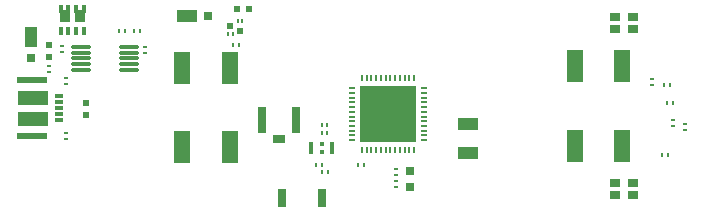
<source format=gtp>
%FSTAX23Y23*%
%MOIN*%
%SFA1B1*%

%IPPOS*%
%ADD37R,0.031500X0.063000*%
%ADD101R,0.013900X0.009900*%
%ADD102R,0.011100X0.017000*%
%ADD103R,0.185100X0.185100*%
%ADD104O,0.008000X0.025700*%
%ADD105O,0.025700X0.008000*%
%ADD106R,0.098500X0.051300*%
%ADD107R,0.031600X0.013900*%
%ADD108R,0.102400X0.023700*%
%ADD109R,0.043400X0.070900*%
%ADD110R,0.031600X0.031600*%
%ADD111R,0.021700X0.023700*%
%ADD112O,0.067000X0.011900*%
%ADD113R,0.037300X0.039400*%
%ADD114R,0.037400X0.039400*%
%ADD115R,0.011900X0.027600*%
%ADD116R,0.019800X0.023700*%
%ADD117R,0.017000X0.011100*%
%ADD118R,0.055200X0.108300*%
%ADD119R,0.070900X0.043400*%
%ADD120R,0.031600X0.031600*%
%ADD121R,0.008700X0.015800*%
%ADD122R,0.019800X0.019800*%
%ADD123R,0.023700X0.021700*%
%ADD124R,0.035500X0.027600*%
%ADD125R,0.031600X0.086700*%
%ADD126R,0.039400X0.031600*%
%ADD127R,0.009900X0.013900*%
%ADD128R,0.013900X0.013900*%
%ADD129R,0.017800X0.039400*%
%ADD130R,0.070900X0.039400*%
%ADD131R,0.031600X0.029600*%
%LNvapeix_mini_pcb-1*%
%LPD*%
G54D37*
X03008Y03058D03*
X03141D03*
G54D101*
X03389Y03156D03*
Y03137D03*
X0223Y03499D03*
Y0348D03*
X02552Y03544D03*
Y03563D03*
X02288Y03439D03*
Y03458D03*
X02289Y03256D03*
Y03275D03*
X03389Y03115D03*
Y03096D03*
G54D102*
X0326Y03171D03*
X0328D03*
X02514Y03616D03*
X02534D03*
X02483D03*
X02463D03*
X04291Y03376D03*
X04311D03*
X0428Y03435D03*
X043D03*
X04273Y03202D03*
X04293D03*
X02865Y0357D03*
X02845D03*
G54D103*
X03362Y03339D03*
G54D104*
X03448Y03219D03*
X03432D03*
X03417D03*
X03401D03*
X03385D03*
X03369D03*
X03354D03*
X03338D03*
X03322D03*
X03306D03*
X03291D03*
X03275D03*
Y03458D03*
X03291D03*
X03306D03*
X03322D03*
X03338D03*
X03354D03*
X03369D03*
X03385D03*
X03401D03*
X03417D03*
X03432D03*
X03448D03*
G54D105*
X03242Y03252D03*
Y03268D03*
Y03283D03*
Y03299D03*
Y03315D03*
Y03331D03*
Y03346D03*
Y03362D03*
Y03378D03*
Y03394D03*
Y03409D03*
Y03425D03*
X03481D03*
Y03409D03*
Y03394D03*
Y03378D03*
Y03362D03*
Y03346D03*
Y03331D03*
Y03315D03*
Y03299D03*
Y03283D03*
Y03268D03*
Y03252D03*
G54D106*
X02179Y03324D03*
X02179Y03394D03*
G54D107*
X02265Y0332D03*
Y03399D03*
Y03379D03*
Y03359D03*
Y0334D03*
G54D108*
X02175Y03454D03*
Y03265D03*
G54D109*
X02172Y03596D03*
G54D110*
X02172Y03525D03*
G54D111*
X0223Y03568D03*
Y03529D03*
G54D112*
X02338Y03564D03*
Y03544D03*
Y03525D03*
Y03505D03*
Y03485D03*
X02499Y03564D03*
Y03544D03*
Y03525D03*
Y03505D03*
Y03485D03*
G54D113*
X02334Y03667D03*
G54D114*
X02283Y03667D03*
G54D115*
X02271Y03616D03*
X02296D03*
X02347D03*
X02322D03*
Y03688D03*
X02347D03*
X02296D03*
X02271D03*
G54D116*
X02354Y03375D03*
Y03336D03*
G54D117*
X02276Y03545D03*
Y03565D03*
X0435Y03287D03*
Y03307D03*
X0431Y0332D03*
Y033D03*
X0424Y03455D03*
Y03435D03*
G54D118*
X03984Y03499D03*
X04141D03*
X03984Y03234D03*
X04141D03*
X02676Y03494D03*
X02833D03*
X02676Y03229D03*
X02833D03*
G54D119*
X0269Y03667D03*
G54D120*
X02761Y03667D03*
G54D121*
X02844Y03605D03*
X02828D03*
X0286Y03648D03*
X02876D03*
G54D122*
X02835Y03634D03*
X02868Y03617D03*
G54D123*
X02859Y03688D03*
X02898D03*
G54D124*
X04118Y03069D03*
Y03109D03*
X04178Y03069D03*
Y03109D03*
X04117Y03624D03*
Y03664D03*
X04177Y03624D03*
Y03664D03*
G54D125*
X03053Y0332D03*
X02942D03*
G54D126*
X02998Y03257D03*
G54D127*
X0314Y03169D03*
X03121D03*
X03141Y03146D03*
X0316D03*
X03159Y03275D03*
X0314D03*
Y03302D03*
X03159D03*
G54D128*
X0314Y03239D03*
Y03214D03*
G54D129*
X03106Y03226D03*
X03175Y03227D03*
G54D130*
X03629Y03307D03*
Y03208D03*
G54D131*
X03433Y03096D03*
Y03149D03*
M02*
</source>
